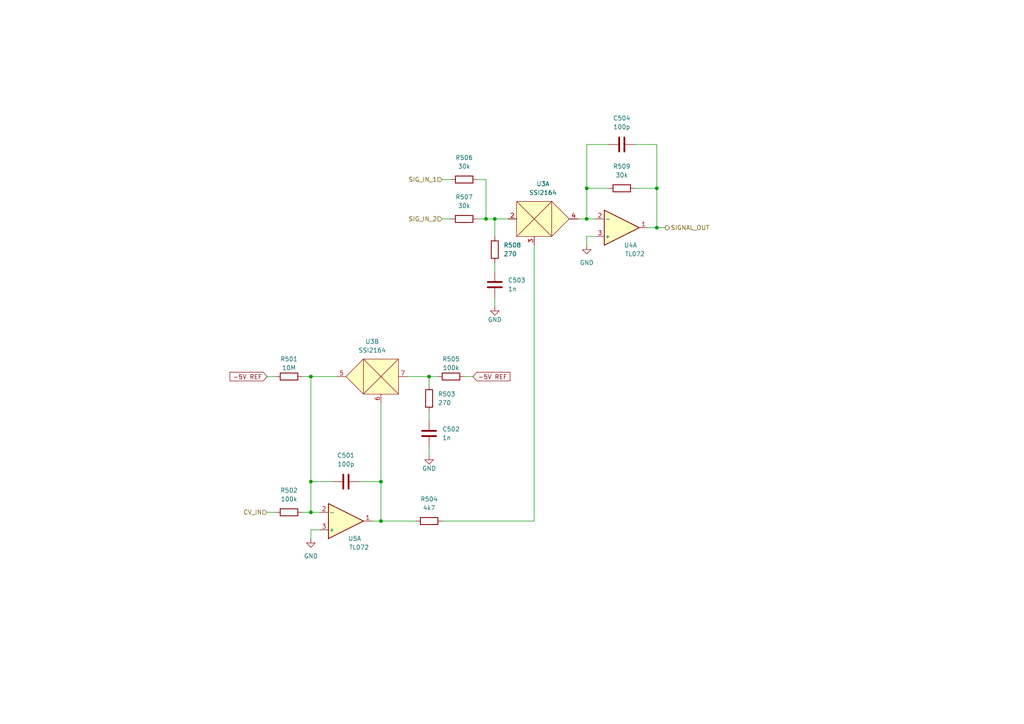
<source format=kicad_sch>
(kicad_sch (version 20211123) (generator eeschema)
  (paper "A4")
  (title_block (title "Josh Ox Ribbon Synth VCF/VCA/BBD board") (date "2023-01-07") (rev "1.0") (comment 1 "creativecommons.org/licenses/by/4.0/") (comment 2 "License: CC by 4.0") (comment 3 "Author: Jordan Aceto"))
  (lib_symbols
    (symbol "Amplifier_Operational:TL072" (pin_names (offset 0.127))
      (property "Reference" "U" (at 0 5.08 0))
      (property "Value" "TL072" (at 0 -5.08 0))
      (symbol "TL072_1_1"
        (polyline (pts (xy -5.08 5.08) (xy 5.08 0) (xy -5.08 -5.08) (xy -5.08 5.08)) (stroke (width 0.254)) (fill (type background)))
        (pin output line (at 7.62 0 180) (length 2.54) (name "~") (number "1"))
        (pin input line (at -7.62 -2.54 0) (length 2.54) (name "-") (number "2"))
        (pin input line (at -7.62 2.54 0) (length 2.54) (name "+") (number "3"))
      )
      (symbol "TL072_2_1"
        (polyline (pts (xy -5.08 5.08) (xy 5.08 0) (xy -5.08 -5.08) (xy -5.08 5.08)) (stroke (width 0.254)) (fill (type background)))
        (pin input line (at -7.62 2.54 0) (length 2.54) (name "+") (number "5"))
        (pin input line (at -7.62 -2.54 0) (length 2.54) (name "-") (number "6"))
        (pin output line (at 7.62 0 180) (length 2.54) (name "~") (number "7"))
      )
      (symbol "TL072_3_1"
        (pin power_in line (at -2.54 -7.62 90) (length 3.81) (name "V-") (number "4"))
        (pin power_in line (at -2.54 7.62 270) (length 3.81) (name "V+") (number "8"))
      )
    )
    (symbol "Device:C" (pin_numbers hide) (pin_names (offset 0.254))
      (property "Reference" "C" (at 0.635 2.54 0))
      (property "Value" "C" (at 0.635 -2.54 0))
      (symbol "C_0_1"
        (polyline (pts (xy -2.032 -0.762) (xy 2.032 -0.762)) (stroke (width 0.508)))
        (polyline (pts (xy -2.032 0.762) (xy 2.032 0.762)) (stroke (width 0.508)))
      )
      (symbol "C_1_1"
        (pin passive line (at 0 3.81 270) (length 2.794) (name "~") (number "1"))
        (pin passive line (at 0 -3.81 90) (length 2.794) (name "~") (number "2"))
      )
    )
    (symbol "Device:R" (pin_numbers hide) (pin_names (offset 0))
      (property "Reference" "R" (at 2.032 0 90))
      (property "Value" "R" (at 0 0 90))
      (symbol "R_0_1"
        (rectangle (start -1.016 -2.54) (end 1.016 2.54) (stroke (width 0.254)))
      )
      (symbol "R_1_1"
        (pin passive line (at 0 3.81 270) (length 1.27) (name "~") (number "1"))
        (pin passive line (at 0 -3.81 90) (length 1.27) (name "~") (number "2"))
      )
    )
    (symbol "custom_symbols:SSI2164" (pin_names (offset 1.016))
      (property "Reference" "U3" (at 0 12.7 0))
      (property "Value" "SSI2164" (at 0 10.16 0))
      (symbol "SSI2164_1_1"
        (rectangle (start -5.08 5.08) (end 5.08 -5.08) (fill (type background)))
        (polyline (pts (xy 5.08 5.08) (xy -5.08 -5.08)))
        (polyline (pts (xy 5.08 5.08) (xy 10.16 0) (xy 5.08 -5.08) (xy -5.08 5.08)) (fill (type background)))
        (pin input line (at -7.62 0 0) (length 2.54) (name "~") (number "2"))
        (pin input line (at 0 -7.62 90) (length 2.54) (name "~") (number "3"))
        (pin output line (at 12.7 0 180) (length 2.54) (name "~") (number "4"))
      )
      (symbol "SSI2164_2_1"
        (rectangle (start -5.08 5.08) (end 5.08 -5.08) (fill (type background)))
        (polyline (pts (xy 5.08 5.08) (xy -5.08 -5.08)))
        (polyline (pts (xy 5.08 5.08) (xy 10.16 0) (xy 5.08 -5.08) (xy -5.08 5.08)) (fill (type background)))
        (pin output line (at 12.7 0 180) (length 2.54) (name "~") (number "5"))
        (pin input line (at 0 -7.62 90) (length 2.54) (name "~") (number "6"))
        (pin input line (at -7.62 0 0) (length 2.54) (name "~") (number "7"))
      )
      (symbol "SSI2164_3_1"
        (rectangle (start -5.08 5.08) (end 5.08 -5.08) (fill (type background)))
        (polyline (pts (xy 5.08 5.08) (xy -5.08 -5.08)))
        (polyline (pts (xy 5.08 5.08) (xy 10.16 0) (xy 5.08 -5.08) (xy -5.08 5.08)) (fill (type background)))
        (pin input line (at -7.62 0 0) (length 2.54) (name "~") (number "10"))
        (pin input line (at 0 -7.62 90) (length 2.54) (name "~") (number "11"))
        (pin output line (at 12.7 0 180) (length 2.54) (name "~") (number "12"))
      )
      (symbol "SSI2164_4_1"
        (rectangle (start -5.08 5.08) (end 5.08 -5.08) (fill (type background)))
        (polyline (pts (xy 5.08 5.08) (xy -5.08 -5.08)))
        (polyline (pts (xy 5.08 5.08) (xy 10.16 0) (xy 5.08 -5.08) (xy -5.08 5.08)) (fill (type background)))
        (pin output line (at 12.7 0 180) (length 2.54) (name "~") (number "13"))
        (pin input line (at 0 -7.62 90) (length 2.54) (name "~") (number "14"))
        (pin input line (at -7.62 0 0) (length 2.54) (name "~") (number "15"))
      )
      (symbol "SSI2164_5_1"
        (rectangle (start -3.81 8.89) (end 3.81 -8.89) (fill (type background)))
        (pin input line (at -6.35 -3.81 0) (length 2.54) (name "mode") (number "1"))
        (pin power_in line (at 6.35 6.35 180) (length 2.54) (name "V+") (number "16"))
        (pin power_in line (at 6.35 0 180) (length 2.54) (name "gnd") (number "8"))
        (pin power_in line (at 6.35 -6.35 180) (length 2.54) (name "V-") (number "9"))
      )
    )
    (symbol "power:GND" (power) (pin_names (offset 0))
      (property "Value" "GND" (at 0 -3.81 0))
      (symbol "GND_0_1"
        (polyline (pts (xy 0 0) (xy 0 -1.27) (xy 1.27 -1.27) (xy 0 -2.54) (xy -1.27 -1.27) (xy 0 -1.27)))
      )
      (symbol "GND_1_1"
        (pin power_in line (at 0 0 270) (length 0) hide (name "GND") (number "1"))
      )
    )
  )
  (junction (at 170.18 63.5))
  (junction (at 110.49 139.7))
  (junction (at 190.5 66.04))
  (junction (at 143.51 63.5))
  (junction (at 90.17 139.7))
  (junction (at 170.18 54.61))
  (junction (at 124.46 109.22))
  (junction (at 90.17 148.59))
  (junction (at 110.49 151.13))
  (junction (at 140.97 63.5))
  (junction (at 90.17 109.22))
  (junction (at 190.5 54.61))
  (wire (pts (xy 90.17 139.7) (xy 90.17 109.22)))
  (wire (pts (xy 172.72 63.5) (xy 170.18 63.5)))
  (wire (pts (xy 170.18 63.5) (xy 170.18 54.61)))
  (wire (pts (xy 190.5 66.04) (xy 190.5 54.61)))
  (wire (pts (xy 90.17 156.21) (xy 90.17 153.67)))
  (wire (pts (xy 124.46 109.22) (xy 118.11 109.22)))
  (wire (pts (xy 90.17 153.67) (xy 92.71 153.67)))
  (wire (pts (xy 90.17 109.22) (xy 97.79 109.22)))
  (wire (pts (xy 90.17 148.59) (xy 90.17 139.7)))
  (wire (pts (xy 143.51 63.5) (xy 147.32 63.5)))
  (wire (pts (xy 137.16 109.22) (xy 134.62 109.22)))
  (wire (pts (xy 124.46 129.54) (xy 124.46 132.08)))
  (wire (pts (xy 154.94 71.12) (xy 154.94 151.13)))
  (wire (pts (xy 138.43 63.5) (xy 140.97 63.5)))
  (wire (pts (xy 170.18 71.12) (xy 170.18 68.58)))
  (wire (pts (xy 87.63 109.22) (xy 90.17 109.22)))
  (wire (pts (xy 143.51 63.5) (xy 143.51 68.58)))
  (wire (pts (xy 143.51 86.36) (xy 143.51 88.9)))
  (wire (pts (xy 143.51 76.2) (xy 143.51 78.74)))
  (wire (pts (xy 154.94 151.13) (xy 128.27 151.13)))
  (wire (pts (xy 110.49 151.13) (xy 110.49 139.7)))
  (wire (pts (xy 90.17 139.7) (xy 96.52 139.7)))
  (wire (pts (xy 110.49 139.7) (xy 104.14 139.7)))
  (wire (pts (xy 170.18 41.91) (xy 170.18 54.61)))
  (wire (pts (xy 190.5 66.04) (xy 193.04 66.04)))
  (wire (pts (xy 138.43 52.07) (xy 140.97 52.07)))
  (wire (pts (xy 124.46 109.22) (xy 127 109.22)))
  (wire (pts (xy 176.53 41.91) (xy 170.18 41.91)))
  (wire (pts (xy 92.71 148.59) (xy 90.17 148.59)))
  (wire (pts (xy 140.97 52.07) (xy 140.97 63.5)))
  (wire (pts (xy 77.47 148.59) (xy 80.01 148.59)))
  (wire (pts (xy 77.47 109.22) (xy 80.01 109.22)))
  (wire (pts (xy 184.15 41.91) (xy 190.5 41.91)))
  (wire (pts (xy 110.49 116.84) (xy 110.49 139.7)))
  (wire (pts (xy 124.46 119.38) (xy 124.46 121.92)))
  (wire (pts (xy 124.46 111.76) (xy 124.46 109.22)))
  (wire (pts (xy 87.63 148.59) (xy 90.17 148.59)))
  (wire (pts (xy 110.49 151.13) (xy 120.65 151.13)))
  (wire (pts (xy 140.97 63.5) (xy 143.51 63.5)))
  (wire (pts (xy 190.5 41.91) (xy 190.5 54.61)))
  (wire (pts (xy 128.27 63.5) (xy 130.81 63.5)))
  (wire (pts (xy 170.18 68.58) (xy 172.72 68.58)))
  (wire (pts (xy 107.95 151.13) (xy 110.49 151.13)))
  (wire (pts (xy 170.18 54.61) (xy 176.53 54.61)))
  (wire (pts (xy 190.5 54.61) (xy 184.15 54.61)))
  (wire (pts (xy 187.96 66.04) (xy 190.5 66.04)))
  (wire (pts (xy 167.64 63.5) (xy 170.18 63.5)))
  (wire (pts (xy 128.27 52.07) (xy 130.81 52.07)))
  (global_label "-5V REF" (shape input) (at 137.16 109.22 0) (property "Intersheet References" "${INTERSHEET_REFS}" (effects hide)))
  (global_label "-5V REF" (shape input) (at 77.47 109.22 180) (property "Intersheet References" "${INTERSHEET_REFS}" (effects hide)))
  (hierarchical_label "SIG_IN_1" (shape input) (at 128.27 52.07 180))
  (hierarchical_label "CV_IN" (shape input) (at 77.47 148.59 180))
  (hierarchical_label "SIGNAL_OUT" (shape output) (at 193.04 66.04 0))
  (hierarchical_label "SIG_IN_2" (shape input) (at 128.27 63.5 180))
  (symbol (lib_id "Device:R") (at 134.62 63.5 90) (unit 1)
    (property "Reference" "R507" (at 134.62 57.15 90))
    (property "Value" "30k" (at 134.62 59.69 90))
    (property "Footprint" "Resistor_SMD:R_0805_2012Metric" (effects hide))
  )
  (symbol (lib_id "Amplifier_Operational:TL072") (at 100.33 151.13 0) (mirror x) (unit 1)
    (property "Reference" "U5" (at 102.87 156.21 0))
    (property "Value" "TL072" (at 104.14 158.75 0))
    (property "Footprint" "Package_SO:SOIC-8_3.9x4.9mm_P1.27mm" (effects hide))
    (property "Datasheet" "http://www.ti.com/lit/ds/symlink/tl071.pdf" (effects hide))
  )
  (symbol (lib_id "Device:C") (at 124.46 125.73 0) (mirror y) (unit 1)
    (property "Reference" "C502" (at 128.27 124.4599 0) (effects (justify right)))
    (property "Value" "1n" (at 128.27 126.9999 0) (effects (justify right)))
    (property "Footprint" "Capacitor_SMD:C_0805_2012Metric" (effects hide))
  )
  (symbol (lib_id "Device:R") (at 83.82 109.22 90) (unit 1)
    (property "Reference" "R501" (at 83.82 104.14 90))
    (property "Value" "10M" (at 83.82 106.68 90))
    (property "Footprint" "Resistor_SMD:R_0805_2012Metric" (effects hide))
  )
  (symbol (lib_id "Device:C") (at 180.34 41.91 90) (unit 1)
    (property "Reference" "C504" (at 180.34 34.29 90))
    (property "Value" "100p" (at 180.34 36.83 90))
    (property "Footprint" "Capacitor_SMD:C_0805_2012Metric" (effects hide))
  )
  (symbol (lib_id "custom_symbols:SSI2164") (at 110.49 109.22 0) (mirror y) (unit 2)
    (property "Reference" "U3" (at 107.95 99.06 0))
    (property "Value" "SSI2164" (at 107.95 101.6 0))
    (property "Footprint" "Package_SO:SOIC-16_3.9x9.9mm_P1.27mm" (effects hide))
    (property "Datasheet" "https://www.soundsemiconductor.com/downloads/ssi2164datasheet.pdf" (effects hide))
  )
  (symbol (lib_id "Device:C") (at 100.33 139.7 90) (unit 1)
    (property "Reference" "C501" (at 100.33 132.08 90))
    (property "Value" "100p" (at 100.33 134.62 90))
    (property "Footprint" "Capacitor_SMD:C_0805_2012Metric" (effects hide))
  )
  (symbol (lib_id "Device:R") (at 143.51 72.39 0) (mirror y) (unit 1)
    (property "Reference" "R508" (at 146.05 71.1199 0) (effects (justify right)))
    (property "Value" "270" (at 146.05 73.6599 0) (effects (justify right)))
    (property "Footprint" "Resistor_SMD:R_0805_2012Metric" (effects hide))
  )
  (symbol (lib_id "Device:R") (at 180.34 54.61 90) (unit 1)
    (property "Reference" "R509" (at 180.34 48.26 90))
    (property "Value" "30k" (at 180.34 50.8 90))
    (property "Footprint" "Resistor_SMD:R_0805_2012Metric" (effects hide))
  )
  (symbol (lib_id "Device:R") (at 124.46 115.57 0) (mirror y) (unit 1)
    (property "Reference" "R503" (at 127 114.2999 0) (effects (justify right)))
    (property "Value" "270" (at 127 116.8399 0) (effects (justify right)))
    (property "Footprint" "Resistor_SMD:R_0805_2012Metric" (effects hide))
  )
  (symbol (lib_id "power:GND") (at 170.18 71.12 0) (unit 1)
    (property "Reference" "#PWR0504" (effects hide))
    (property "Value" "GND" (at 170.18 76.2 0))
  )
  (symbol (lib_id "Device:R") (at 124.46 151.13 90) (unit 1)
    (property "Reference" "R504" (at 124.46 144.78 90))
    (property "Value" "4k7" (at 124.46 147.32 90))
    (property "Footprint" "Resistor_SMD:R_0805_2012Metric" (effects hide))
  )
  (symbol (lib_id "power:GND") (at 143.51 88.9 0) (mirror y) (unit 1)
    (property "Reference" "#PWR0503" (effects hide))
    (property "Value" "~" (at 143.51 92.71 0))
  )
  (symbol (lib_id "Device:R") (at 130.81 109.22 270) (mirror x) (unit 1)
    (property "Reference" "R505" (at 130.81 104.14 90))
    (property "Value" "100k" (at 130.81 106.68 90))
    (property "Footprint" "Resistor_SMD:R_0805_2012Metric" (effects hide))
  )
  (symbol (lib_id "Device:R") (at 83.82 148.59 90) (unit 1)
    (property "Reference" "R502" (at 83.82 142.24 90))
    (property "Value" "100k" (at 83.82 144.78 90))
    (property "Footprint" "Resistor_SMD:R_0805_2012Metric" (effects hide))
  )
  (symbol (lib_id "power:GND") (at 124.46 132.08 0) (mirror y) (unit 1)
    (property "Reference" "#PWR0502" (effects hide))
    (property "Value" "~" (at 124.46 135.89 0))
  )
  (symbol (lib_id "Device:R") (at 134.62 52.07 90) (unit 1)
    (property "Reference" "R506" (at 134.62 45.72 90))
    (property "Value" "30k" (at 134.62 48.26 90))
    (property "Footprint" "Resistor_SMD:R_0805_2012Metric" (effects hide))
  )
  (symbol (lib_id "custom_symbols:SSI2164") (at 154.94 63.5 0) (unit 1)
    (property "Reference" "U3" (at 157.48 53.34 0))
    (property "Value" "SSI2164" (at 157.48 55.88 0))
    (property "Footprint" "Package_SO:SOIC-16_3.9x9.9mm_P1.27mm" (effects hide))
    (property "Datasheet" "https://www.soundsemiconductor.com/downloads/ssi2164datasheet.pdf" (effects hide))
  )
  (symbol (lib_id "Amplifier_Operational:TL072") (at 180.34 66.04 0) (mirror x) (unit 1)
    (property "Reference" "U4" (at 182.88 71.12 0))
    (property "Value" "TL072" (at 184.15 73.66 0))
    (property "Footprint" "Package_SO:SOIC-8_3.9x4.9mm_P1.27mm" (effects hide))
    (property "Datasheet" "http://www.ti.com/lit/ds/symlink/tl071.pdf" (effects hide))
  )
  (symbol (lib_id "Device:C") (at 143.51 82.55 0) (mirror y) (unit 1)
    (property "Reference" "C503" (at 147.32 81.2799 0) (effects (justify right)))
    (property "Value" "1n" (at 147.32 83.8199 0) (effects (justify right)))
    (property "Footprint" "Capacitor_SMD:C_0805_2012Metric" (effects hide))
  )
  (symbol (lib_id "power:GND") (at 90.17 156.21 0) (unit 1)
    (property "Reference" "#PWR0501" (effects hide))
    (property "Value" "GND" (at 90.17 161.29 0))
  )
)
</source>
